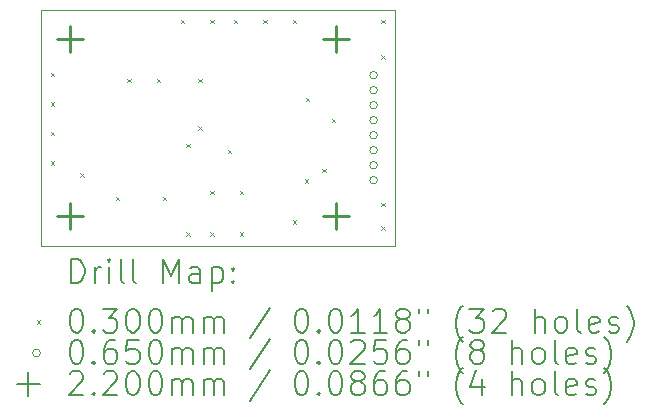
<source format=gbr>
%TF.GenerationSoftware,KiCad,Pcbnew,8.0.2*%
%TF.CreationDate,2025-01-22T12:10:54+05:30*%
%TF.ProjectId,pogo_adapter,706f676f-5f61-4646-9170-7465722e6b69,rev?*%
%TF.SameCoordinates,Original*%
%TF.FileFunction,Drillmap*%
%TF.FilePolarity,Positive*%
%FSLAX45Y45*%
G04 Gerber Fmt 4.5, Leading zero omitted, Abs format (unit mm)*
G04 Created by KiCad (PCBNEW 8.0.2) date 2025-01-22 12:10:54*
%MOMM*%
%LPD*%
G01*
G04 APERTURE LIST*
%ADD10C,0.050000*%
%ADD11C,0.200000*%
%ADD12C,0.100000*%
%ADD13C,0.220000*%
G04 APERTURE END LIST*
D10*
X8000000Y-7000000D02*
X11000000Y-7000000D01*
X8000000Y-9000000D02*
X8000000Y-7000000D01*
X11000000Y-9000000D02*
X8000000Y-9000000D01*
X11000000Y-7000000D02*
X11000000Y-9000000D01*
D11*
D12*
X8085000Y-7535000D02*
X8115000Y-7565000D01*
X8115000Y-7535000D02*
X8085000Y-7565000D01*
X8085000Y-7785000D02*
X8115000Y-7815000D01*
X8115000Y-7785000D02*
X8085000Y-7815000D01*
X8085000Y-8035000D02*
X8115000Y-8065000D01*
X8115000Y-8035000D02*
X8085000Y-8065000D01*
X8085000Y-8285000D02*
X8115000Y-8315000D01*
X8115000Y-8285000D02*
X8085000Y-8315000D01*
X8335000Y-8385000D02*
X8365000Y-8415000D01*
X8365000Y-8385000D02*
X8335000Y-8415000D01*
X8635000Y-8585000D02*
X8665000Y-8615000D01*
X8665000Y-8585000D02*
X8635000Y-8615000D01*
X8735000Y-7585000D02*
X8765000Y-7615000D01*
X8765000Y-7585000D02*
X8735000Y-7615000D01*
X8985000Y-7585000D02*
X9015000Y-7615000D01*
X9015000Y-7585000D02*
X8985000Y-7615000D01*
X9035000Y-8585000D02*
X9065000Y-8615000D01*
X9065000Y-8585000D02*
X9035000Y-8615000D01*
X9185000Y-7085000D02*
X9215000Y-7115000D01*
X9215000Y-7085000D02*
X9185000Y-7115000D01*
X9235000Y-8135000D02*
X9265000Y-8165000D01*
X9265000Y-8135000D02*
X9235000Y-8165000D01*
X9235000Y-8885000D02*
X9265000Y-8915000D01*
X9265000Y-8885000D02*
X9235000Y-8915000D01*
X9335000Y-7585000D02*
X9365000Y-7615000D01*
X9365000Y-7585000D02*
X9335000Y-7615000D01*
X9335000Y-7985000D02*
X9365000Y-8015000D01*
X9365000Y-7985000D02*
X9335000Y-8015000D01*
X9435000Y-7085000D02*
X9465000Y-7115000D01*
X9465000Y-7085000D02*
X9435000Y-7115000D01*
X9435000Y-8535000D02*
X9465000Y-8565000D01*
X9465000Y-8535000D02*
X9435000Y-8565000D01*
X9435000Y-8885000D02*
X9465000Y-8915000D01*
X9465000Y-8885000D02*
X9435000Y-8915000D01*
X9585000Y-8185000D02*
X9615000Y-8215000D01*
X9615000Y-8185000D02*
X9585000Y-8215000D01*
X9635000Y-7085000D02*
X9665000Y-7115000D01*
X9665000Y-7085000D02*
X9635000Y-7115000D01*
X9685000Y-8535000D02*
X9715000Y-8565000D01*
X9715000Y-8535000D02*
X9685000Y-8565000D01*
X9685000Y-8885000D02*
X9715000Y-8915000D01*
X9715000Y-8885000D02*
X9685000Y-8915000D01*
X9885000Y-7085000D02*
X9915000Y-7115000D01*
X9915000Y-7085000D02*
X9885000Y-7115000D01*
X10135000Y-7085000D02*
X10165000Y-7115000D01*
X10165000Y-7085000D02*
X10135000Y-7115000D01*
X10135000Y-8785000D02*
X10165000Y-8815000D01*
X10165000Y-8785000D02*
X10135000Y-8815000D01*
X10235000Y-8435000D02*
X10265000Y-8465000D01*
X10265000Y-8435000D02*
X10235000Y-8465000D01*
X10245000Y-7745000D02*
X10275000Y-7775000D01*
X10275000Y-7745000D02*
X10245000Y-7775000D01*
X10385000Y-8345000D02*
X10415000Y-8375000D01*
X10415000Y-8345000D02*
X10385000Y-8375000D01*
X10465000Y-7925000D02*
X10495000Y-7955000D01*
X10495000Y-7925000D02*
X10465000Y-7955000D01*
X10885000Y-7085000D02*
X10915000Y-7115000D01*
X10915000Y-7085000D02*
X10885000Y-7115000D01*
X10885000Y-7385000D02*
X10915000Y-7415000D01*
X10915000Y-7385000D02*
X10885000Y-7415000D01*
X10885000Y-8635000D02*
X10915000Y-8665000D01*
X10915000Y-8635000D02*
X10885000Y-8665000D01*
X10885000Y-8835000D02*
X10915000Y-8865000D01*
X10915000Y-8835000D02*
X10885000Y-8865000D01*
X10852500Y-7555000D02*
G75*
G02*
X10787500Y-7555000I-32500J0D01*
G01*
X10787500Y-7555000D02*
G75*
G02*
X10852500Y-7555000I32500J0D01*
G01*
X10852500Y-7682000D02*
G75*
G02*
X10787500Y-7682000I-32500J0D01*
G01*
X10787500Y-7682000D02*
G75*
G02*
X10852500Y-7682000I32500J0D01*
G01*
X10852500Y-7809000D02*
G75*
G02*
X10787500Y-7809000I-32500J0D01*
G01*
X10787500Y-7809000D02*
G75*
G02*
X10852500Y-7809000I32500J0D01*
G01*
X10852500Y-7936000D02*
G75*
G02*
X10787500Y-7936000I-32500J0D01*
G01*
X10787500Y-7936000D02*
G75*
G02*
X10852500Y-7936000I32500J0D01*
G01*
X10852500Y-8063000D02*
G75*
G02*
X10787500Y-8063000I-32500J0D01*
G01*
X10787500Y-8063000D02*
G75*
G02*
X10852500Y-8063000I32500J0D01*
G01*
X10852500Y-8190000D02*
G75*
G02*
X10787500Y-8190000I-32500J0D01*
G01*
X10787500Y-8190000D02*
G75*
G02*
X10852500Y-8190000I32500J0D01*
G01*
X10852500Y-8317000D02*
G75*
G02*
X10787500Y-8317000I-32500J0D01*
G01*
X10787500Y-8317000D02*
G75*
G02*
X10852500Y-8317000I32500J0D01*
G01*
X10852500Y-8444000D02*
G75*
G02*
X10787500Y-8444000I-32500J0D01*
G01*
X10787500Y-8444000D02*
G75*
G02*
X10852500Y-8444000I32500J0D01*
G01*
D13*
X8250000Y-7140000D02*
X8250000Y-7360000D01*
X8140000Y-7250000D02*
X8360000Y-7250000D01*
X8250000Y-8640000D02*
X8250000Y-8860000D01*
X8140000Y-8750000D02*
X8360000Y-8750000D01*
X10500000Y-7140000D02*
X10500000Y-7360000D01*
X10390000Y-7250000D02*
X10610000Y-7250000D01*
X10500000Y-8640000D02*
X10500000Y-8860000D01*
X10390000Y-8750000D02*
X10610000Y-8750000D01*
D11*
X8258277Y-9313984D02*
X8258277Y-9113984D01*
X8258277Y-9113984D02*
X8305896Y-9113984D01*
X8305896Y-9113984D02*
X8334467Y-9123508D01*
X8334467Y-9123508D02*
X8353515Y-9142555D01*
X8353515Y-9142555D02*
X8363039Y-9161603D01*
X8363039Y-9161603D02*
X8372562Y-9199698D01*
X8372562Y-9199698D02*
X8372562Y-9228270D01*
X8372562Y-9228270D02*
X8363039Y-9266365D01*
X8363039Y-9266365D02*
X8353515Y-9285412D01*
X8353515Y-9285412D02*
X8334467Y-9304460D01*
X8334467Y-9304460D02*
X8305896Y-9313984D01*
X8305896Y-9313984D02*
X8258277Y-9313984D01*
X8458277Y-9313984D02*
X8458277Y-9180650D01*
X8458277Y-9218746D02*
X8467801Y-9199698D01*
X8467801Y-9199698D02*
X8477324Y-9190174D01*
X8477324Y-9190174D02*
X8496372Y-9180650D01*
X8496372Y-9180650D02*
X8515420Y-9180650D01*
X8582086Y-9313984D02*
X8582086Y-9180650D01*
X8582086Y-9113984D02*
X8572563Y-9123508D01*
X8572563Y-9123508D02*
X8582086Y-9133031D01*
X8582086Y-9133031D02*
X8591610Y-9123508D01*
X8591610Y-9123508D02*
X8582086Y-9113984D01*
X8582086Y-9113984D02*
X8582086Y-9133031D01*
X8705896Y-9313984D02*
X8686848Y-9304460D01*
X8686848Y-9304460D02*
X8677324Y-9285412D01*
X8677324Y-9285412D02*
X8677324Y-9113984D01*
X8810658Y-9313984D02*
X8791610Y-9304460D01*
X8791610Y-9304460D02*
X8782086Y-9285412D01*
X8782086Y-9285412D02*
X8782086Y-9113984D01*
X9039229Y-9313984D02*
X9039229Y-9113984D01*
X9039229Y-9113984D02*
X9105896Y-9256841D01*
X9105896Y-9256841D02*
X9172563Y-9113984D01*
X9172563Y-9113984D02*
X9172563Y-9313984D01*
X9353515Y-9313984D02*
X9353515Y-9209222D01*
X9353515Y-9209222D02*
X9343991Y-9190174D01*
X9343991Y-9190174D02*
X9324944Y-9180650D01*
X9324944Y-9180650D02*
X9286848Y-9180650D01*
X9286848Y-9180650D02*
X9267801Y-9190174D01*
X9353515Y-9304460D02*
X9334467Y-9313984D01*
X9334467Y-9313984D02*
X9286848Y-9313984D01*
X9286848Y-9313984D02*
X9267801Y-9304460D01*
X9267801Y-9304460D02*
X9258277Y-9285412D01*
X9258277Y-9285412D02*
X9258277Y-9266365D01*
X9258277Y-9266365D02*
X9267801Y-9247317D01*
X9267801Y-9247317D02*
X9286848Y-9237793D01*
X9286848Y-9237793D02*
X9334467Y-9237793D01*
X9334467Y-9237793D02*
X9353515Y-9228270D01*
X9448753Y-9180650D02*
X9448753Y-9380650D01*
X9448753Y-9190174D02*
X9467801Y-9180650D01*
X9467801Y-9180650D02*
X9505896Y-9180650D01*
X9505896Y-9180650D02*
X9524944Y-9190174D01*
X9524944Y-9190174D02*
X9534467Y-9199698D01*
X9534467Y-9199698D02*
X9543991Y-9218746D01*
X9543991Y-9218746D02*
X9543991Y-9275889D01*
X9543991Y-9275889D02*
X9534467Y-9294936D01*
X9534467Y-9294936D02*
X9524944Y-9304460D01*
X9524944Y-9304460D02*
X9505896Y-9313984D01*
X9505896Y-9313984D02*
X9467801Y-9313984D01*
X9467801Y-9313984D02*
X9448753Y-9304460D01*
X9629705Y-9294936D02*
X9639229Y-9304460D01*
X9639229Y-9304460D02*
X9629705Y-9313984D01*
X9629705Y-9313984D02*
X9620182Y-9304460D01*
X9620182Y-9304460D02*
X9629705Y-9294936D01*
X9629705Y-9294936D02*
X9629705Y-9313984D01*
X9629705Y-9190174D02*
X9639229Y-9199698D01*
X9639229Y-9199698D02*
X9629705Y-9209222D01*
X9629705Y-9209222D02*
X9620182Y-9199698D01*
X9620182Y-9199698D02*
X9629705Y-9190174D01*
X9629705Y-9190174D02*
X9629705Y-9209222D01*
D12*
X7967500Y-9627500D02*
X7997500Y-9657500D01*
X7997500Y-9627500D02*
X7967500Y-9657500D01*
D11*
X8296372Y-9533984D02*
X8315420Y-9533984D01*
X8315420Y-9533984D02*
X8334467Y-9543508D01*
X8334467Y-9543508D02*
X8343991Y-9553031D01*
X8343991Y-9553031D02*
X8353515Y-9572079D01*
X8353515Y-9572079D02*
X8363039Y-9610174D01*
X8363039Y-9610174D02*
X8363039Y-9657793D01*
X8363039Y-9657793D02*
X8353515Y-9695889D01*
X8353515Y-9695889D02*
X8343991Y-9714936D01*
X8343991Y-9714936D02*
X8334467Y-9724460D01*
X8334467Y-9724460D02*
X8315420Y-9733984D01*
X8315420Y-9733984D02*
X8296372Y-9733984D01*
X8296372Y-9733984D02*
X8277324Y-9724460D01*
X8277324Y-9724460D02*
X8267801Y-9714936D01*
X8267801Y-9714936D02*
X8258277Y-9695889D01*
X8258277Y-9695889D02*
X8248753Y-9657793D01*
X8248753Y-9657793D02*
X8248753Y-9610174D01*
X8248753Y-9610174D02*
X8258277Y-9572079D01*
X8258277Y-9572079D02*
X8267801Y-9553031D01*
X8267801Y-9553031D02*
X8277324Y-9543508D01*
X8277324Y-9543508D02*
X8296372Y-9533984D01*
X8448753Y-9714936D02*
X8458277Y-9724460D01*
X8458277Y-9724460D02*
X8448753Y-9733984D01*
X8448753Y-9733984D02*
X8439229Y-9724460D01*
X8439229Y-9724460D02*
X8448753Y-9714936D01*
X8448753Y-9714936D02*
X8448753Y-9733984D01*
X8524944Y-9533984D02*
X8648753Y-9533984D01*
X8648753Y-9533984D02*
X8582086Y-9610174D01*
X8582086Y-9610174D02*
X8610658Y-9610174D01*
X8610658Y-9610174D02*
X8629705Y-9619698D01*
X8629705Y-9619698D02*
X8639229Y-9629222D01*
X8639229Y-9629222D02*
X8648753Y-9648270D01*
X8648753Y-9648270D02*
X8648753Y-9695889D01*
X8648753Y-9695889D02*
X8639229Y-9714936D01*
X8639229Y-9714936D02*
X8629705Y-9724460D01*
X8629705Y-9724460D02*
X8610658Y-9733984D01*
X8610658Y-9733984D02*
X8553515Y-9733984D01*
X8553515Y-9733984D02*
X8534467Y-9724460D01*
X8534467Y-9724460D02*
X8524944Y-9714936D01*
X8772563Y-9533984D02*
X8791610Y-9533984D01*
X8791610Y-9533984D02*
X8810658Y-9543508D01*
X8810658Y-9543508D02*
X8820182Y-9553031D01*
X8820182Y-9553031D02*
X8829705Y-9572079D01*
X8829705Y-9572079D02*
X8839229Y-9610174D01*
X8839229Y-9610174D02*
X8839229Y-9657793D01*
X8839229Y-9657793D02*
X8829705Y-9695889D01*
X8829705Y-9695889D02*
X8820182Y-9714936D01*
X8820182Y-9714936D02*
X8810658Y-9724460D01*
X8810658Y-9724460D02*
X8791610Y-9733984D01*
X8791610Y-9733984D02*
X8772563Y-9733984D01*
X8772563Y-9733984D02*
X8753515Y-9724460D01*
X8753515Y-9724460D02*
X8743991Y-9714936D01*
X8743991Y-9714936D02*
X8734467Y-9695889D01*
X8734467Y-9695889D02*
X8724944Y-9657793D01*
X8724944Y-9657793D02*
X8724944Y-9610174D01*
X8724944Y-9610174D02*
X8734467Y-9572079D01*
X8734467Y-9572079D02*
X8743991Y-9553031D01*
X8743991Y-9553031D02*
X8753515Y-9543508D01*
X8753515Y-9543508D02*
X8772563Y-9533984D01*
X8963039Y-9533984D02*
X8982086Y-9533984D01*
X8982086Y-9533984D02*
X9001134Y-9543508D01*
X9001134Y-9543508D02*
X9010658Y-9553031D01*
X9010658Y-9553031D02*
X9020182Y-9572079D01*
X9020182Y-9572079D02*
X9029705Y-9610174D01*
X9029705Y-9610174D02*
X9029705Y-9657793D01*
X9029705Y-9657793D02*
X9020182Y-9695889D01*
X9020182Y-9695889D02*
X9010658Y-9714936D01*
X9010658Y-9714936D02*
X9001134Y-9724460D01*
X9001134Y-9724460D02*
X8982086Y-9733984D01*
X8982086Y-9733984D02*
X8963039Y-9733984D01*
X8963039Y-9733984D02*
X8943991Y-9724460D01*
X8943991Y-9724460D02*
X8934467Y-9714936D01*
X8934467Y-9714936D02*
X8924944Y-9695889D01*
X8924944Y-9695889D02*
X8915420Y-9657793D01*
X8915420Y-9657793D02*
X8915420Y-9610174D01*
X8915420Y-9610174D02*
X8924944Y-9572079D01*
X8924944Y-9572079D02*
X8934467Y-9553031D01*
X8934467Y-9553031D02*
X8943991Y-9543508D01*
X8943991Y-9543508D02*
X8963039Y-9533984D01*
X9115420Y-9733984D02*
X9115420Y-9600650D01*
X9115420Y-9619698D02*
X9124944Y-9610174D01*
X9124944Y-9610174D02*
X9143991Y-9600650D01*
X9143991Y-9600650D02*
X9172563Y-9600650D01*
X9172563Y-9600650D02*
X9191610Y-9610174D01*
X9191610Y-9610174D02*
X9201134Y-9629222D01*
X9201134Y-9629222D02*
X9201134Y-9733984D01*
X9201134Y-9629222D02*
X9210658Y-9610174D01*
X9210658Y-9610174D02*
X9229705Y-9600650D01*
X9229705Y-9600650D02*
X9258277Y-9600650D01*
X9258277Y-9600650D02*
X9277325Y-9610174D01*
X9277325Y-9610174D02*
X9286848Y-9629222D01*
X9286848Y-9629222D02*
X9286848Y-9733984D01*
X9382086Y-9733984D02*
X9382086Y-9600650D01*
X9382086Y-9619698D02*
X9391610Y-9610174D01*
X9391610Y-9610174D02*
X9410658Y-9600650D01*
X9410658Y-9600650D02*
X9439229Y-9600650D01*
X9439229Y-9600650D02*
X9458277Y-9610174D01*
X9458277Y-9610174D02*
X9467801Y-9629222D01*
X9467801Y-9629222D02*
X9467801Y-9733984D01*
X9467801Y-9629222D02*
X9477325Y-9610174D01*
X9477325Y-9610174D02*
X9496372Y-9600650D01*
X9496372Y-9600650D02*
X9524944Y-9600650D01*
X9524944Y-9600650D02*
X9543991Y-9610174D01*
X9543991Y-9610174D02*
X9553515Y-9629222D01*
X9553515Y-9629222D02*
X9553515Y-9733984D01*
X9943991Y-9524460D02*
X9772563Y-9781603D01*
X10201134Y-9533984D02*
X10220182Y-9533984D01*
X10220182Y-9533984D02*
X10239229Y-9543508D01*
X10239229Y-9543508D02*
X10248753Y-9553031D01*
X10248753Y-9553031D02*
X10258277Y-9572079D01*
X10258277Y-9572079D02*
X10267801Y-9610174D01*
X10267801Y-9610174D02*
X10267801Y-9657793D01*
X10267801Y-9657793D02*
X10258277Y-9695889D01*
X10258277Y-9695889D02*
X10248753Y-9714936D01*
X10248753Y-9714936D02*
X10239229Y-9724460D01*
X10239229Y-9724460D02*
X10220182Y-9733984D01*
X10220182Y-9733984D02*
X10201134Y-9733984D01*
X10201134Y-9733984D02*
X10182087Y-9724460D01*
X10182087Y-9724460D02*
X10172563Y-9714936D01*
X10172563Y-9714936D02*
X10163039Y-9695889D01*
X10163039Y-9695889D02*
X10153515Y-9657793D01*
X10153515Y-9657793D02*
X10153515Y-9610174D01*
X10153515Y-9610174D02*
X10163039Y-9572079D01*
X10163039Y-9572079D02*
X10172563Y-9553031D01*
X10172563Y-9553031D02*
X10182087Y-9543508D01*
X10182087Y-9543508D02*
X10201134Y-9533984D01*
X10353515Y-9714936D02*
X10363039Y-9724460D01*
X10363039Y-9724460D02*
X10353515Y-9733984D01*
X10353515Y-9733984D02*
X10343991Y-9724460D01*
X10343991Y-9724460D02*
X10353515Y-9714936D01*
X10353515Y-9714936D02*
X10353515Y-9733984D01*
X10486848Y-9533984D02*
X10505896Y-9533984D01*
X10505896Y-9533984D02*
X10524944Y-9543508D01*
X10524944Y-9543508D02*
X10534468Y-9553031D01*
X10534468Y-9553031D02*
X10543991Y-9572079D01*
X10543991Y-9572079D02*
X10553515Y-9610174D01*
X10553515Y-9610174D02*
X10553515Y-9657793D01*
X10553515Y-9657793D02*
X10543991Y-9695889D01*
X10543991Y-9695889D02*
X10534468Y-9714936D01*
X10534468Y-9714936D02*
X10524944Y-9724460D01*
X10524944Y-9724460D02*
X10505896Y-9733984D01*
X10505896Y-9733984D02*
X10486848Y-9733984D01*
X10486848Y-9733984D02*
X10467801Y-9724460D01*
X10467801Y-9724460D02*
X10458277Y-9714936D01*
X10458277Y-9714936D02*
X10448753Y-9695889D01*
X10448753Y-9695889D02*
X10439229Y-9657793D01*
X10439229Y-9657793D02*
X10439229Y-9610174D01*
X10439229Y-9610174D02*
X10448753Y-9572079D01*
X10448753Y-9572079D02*
X10458277Y-9553031D01*
X10458277Y-9553031D02*
X10467801Y-9543508D01*
X10467801Y-9543508D02*
X10486848Y-9533984D01*
X10743991Y-9733984D02*
X10629706Y-9733984D01*
X10686848Y-9733984D02*
X10686848Y-9533984D01*
X10686848Y-9533984D02*
X10667801Y-9562555D01*
X10667801Y-9562555D02*
X10648753Y-9581603D01*
X10648753Y-9581603D02*
X10629706Y-9591127D01*
X10934468Y-9733984D02*
X10820182Y-9733984D01*
X10877325Y-9733984D02*
X10877325Y-9533984D01*
X10877325Y-9533984D02*
X10858277Y-9562555D01*
X10858277Y-9562555D02*
X10839229Y-9581603D01*
X10839229Y-9581603D02*
X10820182Y-9591127D01*
X11048753Y-9619698D02*
X11029706Y-9610174D01*
X11029706Y-9610174D02*
X11020182Y-9600650D01*
X11020182Y-9600650D02*
X11010658Y-9581603D01*
X11010658Y-9581603D02*
X11010658Y-9572079D01*
X11010658Y-9572079D02*
X11020182Y-9553031D01*
X11020182Y-9553031D02*
X11029706Y-9543508D01*
X11029706Y-9543508D02*
X11048753Y-9533984D01*
X11048753Y-9533984D02*
X11086849Y-9533984D01*
X11086849Y-9533984D02*
X11105896Y-9543508D01*
X11105896Y-9543508D02*
X11115420Y-9553031D01*
X11115420Y-9553031D02*
X11124944Y-9572079D01*
X11124944Y-9572079D02*
X11124944Y-9581603D01*
X11124944Y-9581603D02*
X11115420Y-9600650D01*
X11115420Y-9600650D02*
X11105896Y-9610174D01*
X11105896Y-9610174D02*
X11086849Y-9619698D01*
X11086849Y-9619698D02*
X11048753Y-9619698D01*
X11048753Y-9619698D02*
X11029706Y-9629222D01*
X11029706Y-9629222D02*
X11020182Y-9638746D01*
X11020182Y-9638746D02*
X11010658Y-9657793D01*
X11010658Y-9657793D02*
X11010658Y-9695889D01*
X11010658Y-9695889D02*
X11020182Y-9714936D01*
X11020182Y-9714936D02*
X11029706Y-9724460D01*
X11029706Y-9724460D02*
X11048753Y-9733984D01*
X11048753Y-9733984D02*
X11086849Y-9733984D01*
X11086849Y-9733984D02*
X11105896Y-9724460D01*
X11105896Y-9724460D02*
X11115420Y-9714936D01*
X11115420Y-9714936D02*
X11124944Y-9695889D01*
X11124944Y-9695889D02*
X11124944Y-9657793D01*
X11124944Y-9657793D02*
X11115420Y-9638746D01*
X11115420Y-9638746D02*
X11105896Y-9629222D01*
X11105896Y-9629222D02*
X11086849Y-9619698D01*
X11201134Y-9533984D02*
X11201134Y-9572079D01*
X11277325Y-9533984D02*
X11277325Y-9572079D01*
X11572563Y-9810174D02*
X11563039Y-9800650D01*
X11563039Y-9800650D02*
X11543991Y-9772079D01*
X11543991Y-9772079D02*
X11534468Y-9753031D01*
X11534468Y-9753031D02*
X11524944Y-9724460D01*
X11524944Y-9724460D02*
X11515420Y-9676841D01*
X11515420Y-9676841D02*
X11515420Y-9638746D01*
X11515420Y-9638746D02*
X11524944Y-9591127D01*
X11524944Y-9591127D02*
X11534468Y-9562555D01*
X11534468Y-9562555D02*
X11543991Y-9543508D01*
X11543991Y-9543508D02*
X11563039Y-9514936D01*
X11563039Y-9514936D02*
X11572563Y-9505412D01*
X11629706Y-9533984D02*
X11753515Y-9533984D01*
X11753515Y-9533984D02*
X11686848Y-9610174D01*
X11686848Y-9610174D02*
X11715420Y-9610174D01*
X11715420Y-9610174D02*
X11734468Y-9619698D01*
X11734468Y-9619698D02*
X11743991Y-9629222D01*
X11743991Y-9629222D02*
X11753515Y-9648270D01*
X11753515Y-9648270D02*
X11753515Y-9695889D01*
X11753515Y-9695889D02*
X11743991Y-9714936D01*
X11743991Y-9714936D02*
X11734468Y-9724460D01*
X11734468Y-9724460D02*
X11715420Y-9733984D01*
X11715420Y-9733984D02*
X11658277Y-9733984D01*
X11658277Y-9733984D02*
X11639229Y-9724460D01*
X11639229Y-9724460D02*
X11629706Y-9714936D01*
X11829706Y-9553031D02*
X11839229Y-9543508D01*
X11839229Y-9543508D02*
X11858277Y-9533984D01*
X11858277Y-9533984D02*
X11905896Y-9533984D01*
X11905896Y-9533984D02*
X11924944Y-9543508D01*
X11924944Y-9543508D02*
X11934468Y-9553031D01*
X11934468Y-9553031D02*
X11943991Y-9572079D01*
X11943991Y-9572079D02*
X11943991Y-9591127D01*
X11943991Y-9591127D02*
X11934468Y-9619698D01*
X11934468Y-9619698D02*
X11820182Y-9733984D01*
X11820182Y-9733984D02*
X11943991Y-9733984D01*
X12182087Y-9733984D02*
X12182087Y-9533984D01*
X12267801Y-9733984D02*
X12267801Y-9629222D01*
X12267801Y-9629222D02*
X12258277Y-9610174D01*
X12258277Y-9610174D02*
X12239230Y-9600650D01*
X12239230Y-9600650D02*
X12210658Y-9600650D01*
X12210658Y-9600650D02*
X12191610Y-9610174D01*
X12191610Y-9610174D02*
X12182087Y-9619698D01*
X12391610Y-9733984D02*
X12372563Y-9724460D01*
X12372563Y-9724460D02*
X12363039Y-9714936D01*
X12363039Y-9714936D02*
X12353515Y-9695889D01*
X12353515Y-9695889D02*
X12353515Y-9638746D01*
X12353515Y-9638746D02*
X12363039Y-9619698D01*
X12363039Y-9619698D02*
X12372563Y-9610174D01*
X12372563Y-9610174D02*
X12391610Y-9600650D01*
X12391610Y-9600650D02*
X12420182Y-9600650D01*
X12420182Y-9600650D02*
X12439230Y-9610174D01*
X12439230Y-9610174D02*
X12448753Y-9619698D01*
X12448753Y-9619698D02*
X12458277Y-9638746D01*
X12458277Y-9638746D02*
X12458277Y-9695889D01*
X12458277Y-9695889D02*
X12448753Y-9714936D01*
X12448753Y-9714936D02*
X12439230Y-9724460D01*
X12439230Y-9724460D02*
X12420182Y-9733984D01*
X12420182Y-9733984D02*
X12391610Y-9733984D01*
X12572563Y-9733984D02*
X12553515Y-9724460D01*
X12553515Y-9724460D02*
X12543991Y-9705412D01*
X12543991Y-9705412D02*
X12543991Y-9533984D01*
X12724944Y-9724460D02*
X12705896Y-9733984D01*
X12705896Y-9733984D02*
X12667801Y-9733984D01*
X12667801Y-9733984D02*
X12648753Y-9724460D01*
X12648753Y-9724460D02*
X12639230Y-9705412D01*
X12639230Y-9705412D02*
X12639230Y-9629222D01*
X12639230Y-9629222D02*
X12648753Y-9610174D01*
X12648753Y-9610174D02*
X12667801Y-9600650D01*
X12667801Y-9600650D02*
X12705896Y-9600650D01*
X12705896Y-9600650D02*
X12724944Y-9610174D01*
X12724944Y-9610174D02*
X12734468Y-9629222D01*
X12734468Y-9629222D02*
X12734468Y-9648270D01*
X12734468Y-9648270D02*
X12639230Y-9667317D01*
X12810658Y-9724460D02*
X12829706Y-9733984D01*
X12829706Y-9733984D02*
X12867801Y-9733984D01*
X12867801Y-9733984D02*
X12886849Y-9724460D01*
X12886849Y-9724460D02*
X12896372Y-9705412D01*
X12896372Y-9705412D02*
X12896372Y-9695889D01*
X12896372Y-9695889D02*
X12886849Y-9676841D01*
X12886849Y-9676841D02*
X12867801Y-9667317D01*
X12867801Y-9667317D02*
X12839230Y-9667317D01*
X12839230Y-9667317D02*
X12820182Y-9657793D01*
X12820182Y-9657793D02*
X12810658Y-9638746D01*
X12810658Y-9638746D02*
X12810658Y-9629222D01*
X12810658Y-9629222D02*
X12820182Y-9610174D01*
X12820182Y-9610174D02*
X12839230Y-9600650D01*
X12839230Y-9600650D02*
X12867801Y-9600650D01*
X12867801Y-9600650D02*
X12886849Y-9610174D01*
X12963039Y-9810174D02*
X12972563Y-9800650D01*
X12972563Y-9800650D02*
X12991611Y-9772079D01*
X12991611Y-9772079D02*
X13001134Y-9753031D01*
X13001134Y-9753031D02*
X13010658Y-9724460D01*
X13010658Y-9724460D02*
X13020182Y-9676841D01*
X13020182Y-9676841D02*
X13020182Y-9638746D01*
X13020182Y-9638746D02*
X13010658Y-9591127D01*
X13010658Y-9591127D02*
X13001134Y-9562555D01*
X13001134Y-9562555D02*
X12991611Y-9543508D01*
X12991611Y-9543508D02*
X12972563Y-9514936D01*
X12972563Y-9514936D02*
X12963039Y-9505412D01*
D12*
X7997500Y-9906500D02*
G75*
G02*
X7932500Y-9906500I-32500J0D01*
G01*
X7932500Y-9906500D02*
G75*
G02*
X7997500Y-9906500I32500J0D01*
G01*
D11*
X8296372Y-9797984D02*
X8315420Y-9797984D01*
X8315420Y-9797984D02*
X8334467Y-9807508D01*
X8334467Y-9807508D02*
X8343991Y-9817031D01*
X8343991Y-9817031D02*
X8353515Y-9836079D01*
X8353515Y-9836079D02*
X8363039Y-9874174D01*
X8363039Y-9874174D02*
X8363039Y-9921793D01*
X8363039Y-9921793D02*
X8353515Y-9959889D01*
X8353515Y-9959889D02*
X8343991Y-9978936D01*
X8343991Y-9978936D02*
X8334467Y-9988460D01*
X8334467Y-9988460D02*
X8315420Y-9997984D01*
X8315420Y-9997984D02*
X8296372Y-9997984D01*
X8296372Y-9997984D02*
X8277324Y-9988460D01*
X8277324Y-9988460D02*
X8267801Y-9978936D01*
X8267801Y-9978936D02*
X8258277Y-9959889D01*
X8258277Y-9959889D02*
X8248753Y-9921793D01*
X8248753Y-9921793D02*
X8248753Y-9874174D01*
X8248753Y-9874174D02*
X8258277Y-9836079D01*
X8258277Y-9836079D02*
X8267801Y-9817031D01*
X8267801Y-9817031D02*
X8277324Y-9807508D01*
X8277324Y-9807508D02*
X8296372Y-9797984D01*
X8448753Y-9978936D02*
X8458277Y-9988460D01*
X8458277Y-9988460D02*
X8448753Y-9997984D01*
X8448753Y-9997984D02*
X8439229Y-9988460D01*
X8439229Y-9988460D02*
X8448753Y-9978936D01*
X8448753Y-9978936D02*
X8448753Y-9997984D01*
X8629705Y-9797984D02*
X8591610Y-9797984D01*
X8591610Y-9797984D02*
X8572563Y-9807508D01*
X8572563Y-9807508D02*
X8563039Y-9817031D01*
X8563039Y-9817031D02*
X8543991Y-9845603D01*
X8543991Y-9845603D02*
X8534467Y-9883698D01*
X8534467Y-9883698D02*
X8534467Y-9959889D01*
X8534467Y-9959889D02*
X8543991Y-9978936D01*
X8543991Y-9978936D02*
X8553515Y-9988460D01*
X8553515Y-9988460D02*
X8572563Y-9997984D01*
X8572563Y-9997984D02*
X8610658Y-9997984D01*
X8610658Y-9997984D02*
X8629705Y-9988460D01*
X8629705Y-9988460D02*
X8639229Y-9978936D01*
X8639229Y-9978936D02*
X8648753Y-9959889D01*
X8648753Y-9959889D02*
X8648753Y-9912270D01*
X8648753Y-9912270D02*
X8639229Y-9893222D01*
X8639229Y-9893222D02*
X8629705Y-9883698D01*
X8629705Y-9883698D02*
X8610658Y-9874174D01*
X8610658Y-9874174D02*
X8572563Y-9874174D01*
X8572563Y-9874174D02*
X8553515Y-9883698D01*
X8553515Y-9883698D02*
X8543991Y-9893222D01*
X8543991Y-9893222D02*
X8534467Y-9912270D01*
X8829705Y-9797984D02*
X8734467Y-9797984D01*
X8734467Y-9797984D02*
X8724944Y-9893222D01*
X8724944Y-9893222D02*
X8734467Y-9883698D01*
X8734467Y-9883698D02*
X8753515Y-9874174D01*
X8753515Y-9874174D02*
X8801134Y-9874174D01*
X8801134Y-9874174D02*
X8820182Y-9883698D01*
X8820182Y-9883698D02*
X8829705Y-9893222D01*
X8829705Y-9893222D02*
X8839229Y-9912270D01*
X8839229Y-9912270D02*
X8839229Y-9959889D01*
X8839229Y-9959889D02*
X8829705Y-9978936D01*
X8829705Y-9978936D02*
X8820182Y-9988460D01*
X8820182Y-9988460D02*
X8801134Y-9997984D01*
X8801134Y-9997984D02*
X8753515Y-9997984D01*
X8753515Y-9997984D02*
X8734467Y-9988460D01*
X8734467Y-9988460D02*
X8724944Y-9978936D01*
X8963039Y-9797984D02*
X8982086Y-9797984D01*
X8982086Y-9797984D02*
X9001134Y-9807508D01*
X9001134Y-9807508D02*
X9010658Y-9817031D01*
X9010658Y-9817031D02*
X9020182Y-9836079D01*
X9020182Y-9836079D02*
X9029705Y-9874174D01*
X9029705Y-9874174D02*
X9029705Y-9921793D01*
X9029705Y-9921793D02*
X9020182Y-9959889D01*
X9020182Y-9959889D02*
X9010658Y-9978936D01*
X9010658Y-9978936D02*
X9001134Y-9988460D01*
X9001134Y-9988460D02*
X8982086Y-9997984D01*
X8982086Y-9997984D02*
X8963039Y-9997984D01*
X8963039Y-9997984D02*
X8943991Y-9988460D01*
X8943991Y-9988460D02*
X8934467Y-9978936D01*
X8934467Y-9978936D02*
X8924944Y-9959889D01*
X8924944Y-9959889D02*
X8915420Y-9921793D01*
X8915420Y-9921793D02*
X8915420Y-9874174D01*
X8915420Y-9874174D02*
X8924944Y-9836079D01*
X8924944Y-9836079D02*
X8934467Y-9817031D01*
X8934467Y-9817031D02*
X8943991Y-9807508D01*
X8943991Y-9807508D02*
X8963039Y-9797984D01*
X9115420Y-9997984D02*
X9115420Y-9864650D01*
X9115420Y-9883698D02*
X9124944Y-9874174D01*
X9124944Y-9874174D02*
X9143991Y-9864650D01*
X9143991Y-9864650D02*
X9172563Y-9864650D01*
X9172563Y-9864650D02*
X9191610Y-9874174D01*
X9191610Y-9874174D02*
X9201134Y-9893222D01*
X9201134Y-9893222D02*
X9201134Y-9997984D01*
X9201134Y-9893222D02*
X9210658Y-9874174D01*
X9210658Y-9874174D02*
X9229705Y-9864650D01*
X9229705Y-9864650D02*
X9258277Y-9864650D01*
X9258277Y-9864650D02*
X9277325Y-9874174D01*
X9277325Y-9874174D02*
X9286848Y-9893222D01*
X9286848Y-9893222D02*
X9286848Y-9997984D01*
X9382086Y-9997984D02*
X9382086Y-9864650D01*
X9382086Y-9883698D02*
X9391610Y-9874174D01*
X9391610Y-9874174D02*
X9410658Y-9864650D01*
X9410658Y-9864650D02*
X9439229Y-9864650D01*
X9439229Y-9864650D02*
X9458277Y-9874174D01*
X9458277Y-9874174D02*
X9467801Y-9893222D01*
X9467801Y-9893222D02*
X9467801Y-9997984D01*
X9467801Y-9893222D02*
X9477325Y-9874174D01*
X9477325Y-9874174D02*
X9496372Y-9864650D01*
X9496372Y-9864650D02*
X9524944Y-9864650D01*
X9524944Y-9864650D02*
X9543991Y-9874174D01*
X9543991Y-9874174D02*
X9553515Y-9893222D01*
X9553515Y-9893222D02*
X9553515Y-9997984D01*
X9943991Y-9788460D02*
X9772563Y-10045603D01*
X10201134Y-9797984D02*
X10220182Y-9797984D01*
X10220182Y-9797984D02*
X10239229Y-9807508D01*
X10239229Y-9807508D02*
X10248753Y-9817031D01*
X10248753Y-9817031D02*
X10258277Y-9836079D01*
X10258277Y-9836079D02*
X10267801Y-9874174D01*
X10267801Y-9874174D02*
X10267801Y-9921793D01*
X10267801Y-9921793D02*
X10258277Y-9959889D01*
X10258277Y-9959889D02*
X10248753Y-9978936D01*
X10248753Y-9978936D02*
X10239229Y-9988460D01*
X10239229Y-9988460D02*
X10220182Y-9997984D01*
X10220182Y-9997984D02*
X10201134Y-9997984D01*
X10201134Y-9997984D02*
X10182087Y-9988460D01*
X10182087Y-9988460D02*
X10172563Y-9978936D01*
X10172563Y-9978936D02*
X10163039Y-9959889D01*
X10163039Y-9959889D02*
X10153515Y-9921793D01*
X10153515Y-9921793D02*
X10153515Y-9874174D01*
X10153515Y-9874174D02*
X10163039Y-9836079D01*
X10163039Y-9836079D02*
X10172563Y-9817031D01*
X10172563Y-9817031D02*
X10182087Y-9807508D01*
X10182087Y-9807508D02*
X10201134Y-9797984D01*
X10353515Y-9978936D02*
X10363039Y-9988460D01*
X10363039Y-9988460D02*
X10353515Y-9997984D01*
X10353515Y-9997984D02*
X10343991Y-9988460D01*
X10343991Y-9988460D02*
X10353515Y-9978936D01*
X10353515Y-9978936D02*
X10353515Y-9997984D01*
X10486848Y-9797984D02*
X10505896Y-9797984D01*
X10505896Y-9797984D02*
X10524944Y-9807508D01*
X10524944Y-9807508D02*
X10534468Y-9817031D01*
X10534468Y-9817031D02*
X10543991Y-9836079D01*
X10543991Y-9836079D02*
X10553515Y-9874174D01*
X10553515Y-9874174D02*
X10553515Y-9921793D01*
X10553515Y-9921793D02*
X10543991Y-9959889D01*
X10543991Y-9959889D02*
X10534468Y-9978936D01*
X10534468Y-9978936D02*
X10524944Y-9988460D01*
X10524944Y-9988460D02*
X10505896Y-9997984D01*
X10505896Y-9997984D02*
X10486848Y-9997984D01*
X10486848Y-9997984D02*
X10467801Y-9988460D01*
X10467801Y-9988460D02*
X10458277Y-9978936D01*
X10458277Y-9978936D02*
X10448753Y-9959889D01*
X10448753Y-9959889D02*
X10439229Y-9921793D01*
X10439229Y-9921793D02*
X10439229Y-9874174D01*
X10439229Y-9874174D02*
X10448753Y-9836079D01*
X10448753Y-9836079D02*
X10458277Y-9817031D01*
X10458277Y-9817031D02*
X10467801Y-9807508D01*
X10467801Y-9807508D02*
X10486848Y-9797984D01*
X10629706Y-9817031D02*
X10639229Y-9807508D01*
X10639229Y-9807508D02*
X10658277Y-9797984D01*
X10658277Y-9797984D02*
X10705896Y-9797984D01*
X10705896Y-9797984D02*
X10724944Y-9807508D01*
X10724944Y-9807508D02*
X10734468Y-9817031D01*
X10734468Y-9817031D02*
X10743991Y-9836079D01*
X10743991Y-9836079D02*
X10743991Y-9855127D01*
X10743991Y-9855127D02*
X10734468Y-9883698D01*
X10734468Y-9883698D02*
X10620182Y-9997984D01*
X10620182Y-9997984D02*
X10743991Y-9997984D01*
X10924944Y-9797984D02*
X10829706Y-9797984D01*
X10829706Y-9797984D02*
X10820182Y-9893222D01*
X10820182Y-9893222D02*
X10829706Y-9883698D01*
X10829706Y-9883698D02*
X10848753Y-9874174D01*
X10848753Y-9874174D02*
X10896372Y-9874174D01*
X10896372Y-9874174D02*
X10915420Y-9883698D01*
X10915420Y-9883698D02*
X10924944Y-9893222D01*
X10924944Y-9893222D02*
X10934468Y-9912270D01*
X10934468Y-9912270D02*
X10934468Y-9959889D01*
X10934468Y-9959889D02*
X10924944Y-9978936D01*
X10924944Y-9978936D02*
X10915420Y-9988460D01*
X10915420Y-9988460D02*
X10896372Y-9997984D01*
X10896372Y-9997984D02*
X10848753Y-9997984D01*
X10848753Y-9997984D02*
X10829706Y-9988460D01*
X10829706Y-9988460D02*
X10820182Y-9978936D01*
X11105896Y-9797984D02*
X11067801Y-9797984D01*
X11067801Y-9797984D02*
X11048753Y-9807508D01*
X11048753Y-9807508D02*
X11039229Y-9817031D01*
X11039229Y-9817031D02*
X11020182Y-9845603D01*
X11020182Y-9845603D02*
X11010658Y-9883698D01*
X11010658Y-9883698D02*
X11010658Y-9959889D01*
X11010658Y-9959889D02*
X11020182Y-9978936D01*
X11020182Y-9978936D02*
X11029706Y-9988460D01*
X11029706Y-9988460D02*
X11048753Y-9997984D01*
X11048753Y-9997984D02*
X11086849Y-9997984D01*
X11086849Y-9997984D02*
X11105896Y-9988460D01*
X11105896Y-9988460D02*
X11115420Y-9978936D01*
X11115420Y-9978936D02*
X11124944Y-9959889D01*
X11124944Y-9959889D02*
X11124944Y-9912270D01*
X11124944Y-9912270D02*
X11115420Y-9893222D01*
X11115420Y-9893222D02*
X11105896Y-9883698D01*
X11105896Y-9883698D02*
X11086849Y-9874174D01*
X11086849Y-9874174D02*
X11048753Y-9874174D01*
X11048753Y-9874174D02*
X11029706Y-9883698D01*
X11029706Y-9883698D02*
X11020182Y-9893222D01*
X11020182Y-9893222D02*
X11010658Y-9912270D01*
X11201134Y-9797984D02*
X11201134Y-9836079D01*
X11277325Y-9797984D02*
X11277325Y-9836079D01*
X11572563Y-10074174D02*
X11563039Y-10064650D01*
X11563039Y-10064650D02*
X11543991Y-10036079D01*
X11543991Y-10036079D02*
X11534468Y-10017031D01*
X11534468Y-10017031D02*
X11524944Y-9988460D01*
X11524944Y-9988460D02*
X11515420Y-9940841D01*
X11515420Y-9940841D02*
X11515420Y-9902746D01*
X11515420Y-9902746D02*
X11524944Y-9855127D01*
X11524944Y-9855127D02*
X11534468Y-9826555D01*
X11534468Y-9826555D02*
X11543991Y-9807508D01*
X11543991Y-9807508D02*
X11563039Y-9778936D01*
X11563039Y-9778936D02*
X11572563Y-9769412D01*
X11677325Y-9883698D02*
X11658277Y-9874174D01*
X11658277Y-9874174D02*
X11648753Y-9864650D01*
X11648753Y-9864650D02*
X11639229Y-9845603D01*
X11639229Y-9845603D02*
X11639229Y-9836079D01*
X11639229Y-9836079D02*
X11648753Y-9817031D01*
X11648753Y-9817031D02*
X11658277Y-9807508D01*
X11658277Y-9807508D02*
X11677325Y-9797984D01*
X11677325Y-9797984D02*
X11715420Y-9797984D01*
X11715420Y-9797984D02*
X11734468Y-9807508D01*
X11734468Y-9807508D02*
X11743991Y-9817031D01*
X11743991Y-9817031D02*
X11753515Y-9836079D01*
X11753515Y-9836079D02*
X11753515Y-9845603D01*
X11753515Y-9845603D02*
X11743991Y-9864650D01*
X11743991Y-9864650D02*
X11734468Y-9874174D01*
X11734468Y-9874174D02*
X11715420Y-9883698D01*
X11715420Y-9883698D02*
X11677325Y-9883698D01*
X11677325Y-9883698D02*
X11658277Y-9893222D01*
X11658277Y-9893222D02*
X11648753Y-9902746D01*
X11648753Y-9902746D02*
X11639229Y-9921793D01*
X11639229Y-9921793D02*
X11639229Y-9959889D01*
X11639229Y-9959889D02*
X11648753Y-9978936D01*
X11648753Y-9978936D02*
X11658277Y-9988460D01*
X11658277Y-9988460D02*
X11677325Y-9997984D01*
X11677325Y-9997984D02*
X11715420Y-9997984D01*
X11715420Y-9997984D02*
X11734468Y-9988460D01*
X11734468Y-9988460D02*
X11743991Y-9978936D01*
X11743991Y-9978936D02*
X11753515Y-9959889D01*
X11753515Y-9959889D02*
X11753515Y-9921793D01*
X11753515Y-9921793D02*
X11743991Y-9902746D01*
X11743991Y-9902746D02*
X11734468Y-9893222D01*
X11734468Y-9893222D02*
X11715420Y-9883698D01*
X11991610Y-9997984D02*
X11991610Y-9797984D01*
X12077325Y-9997984D02*
X12077325Y-9893222D01*
X12077325Y-9893222D02*
X12067801Y-9874174D01*
X12067801Y-9874174D02*
X12048753Y-9864650D01*
X12048753Y-9864650D02*
X12020182Y-9864650D01*
X12020182Y-9864650D02*
X12001134Y-9874174D01*
X12001134Y-9874174D02*
X11991610Y-9883698D01*
X12201134Y-9997984D02*
X12182087Y-9988460D01*
X12182087Y-9988460D02*
X12172563Y-9978936D01*
X12172563Y-9978936D02*
X12163039Y-9959889D01*
X12163039Y-9959889D02*
X12163039Y-9902746D01*
X12163039Y-9902746D02*
X12172563Y-9883698D01*
X12172563Y-9883698D02*
X12182087Y-9874174D01*
X12182087Y-9874174D02*
X12201134Y-9864650D01*
X12201134Y-9864650D02*
X12229706Y-9864650D01*
X12229706Y-9864650D02*
X12248753Y-9874174D01*
X12248753Y-9874174D02*
X12258277Y-9883698D01*
X12258277Y-9883698D02*
X12267801Y-9902746D01*
X12267801Y-9902746D02*
X12267801Y-9959889D01*
X12267801Y-9959889D02*
X12258277Y-9978936D01*
X12258277Y-9978936D02*
X12248753Y-9988460D01*
X12248753Y-9988460D02*
X12229706Y-9997984D01*
X12229706Y-9997984D02*
X12201134Y-9997984D01*
X12382087Y-9997984D02*
X12363039Y-9988460D01*
X12363039Y-9988460D02*
X12353515Y-9969412D01*
X12353515Y-9969412D02*
X12353515Y-9797984D01*
X12534468Y-9988460D02*
X12515420Y-9997984D01*
X12515420Y-9997984D02*
X12477325Y-9997984D01*
X12477325Y-9997984D02*
X12458277Y-9988460D01*
X12458277Y-9988460D02*
X12448753Y-9969412D01*
X12448753Y-9969412D02*
X12448753Y-9893222D01*
X12448753Y-9893222D02*
X12458277Y-9874174D01*
X12458277Y-9874174D02*
X12477325Y-9864650D01*
X12477325Y-9864650D02*
X12515420Y-9864650D01*
X12515420Y-9864650D02*
X12534468Y-9874174D01*
X12534468Y-9874174D02*
X12543991Y-9893222D01*
X12543991Y-9893222D02*
X12543991Y-9912270D01*
X12543991Y-9912270D02*
X12448753Y-9931317D01*
X12620182Y-9988460D02*
X12639230Y-9997984D01*
X12639230Y-9997984D02*
X12677325Y-9997984D01*
X12677325Y-9997984D02*
X12696372Y-9988460D01*
X12696372Y-9988460D02*
X12705896Y-9969412D01*
X12705896Y-9969412D02*
X12705896Y-9959889D01*
X12705896Y-9959889D02*
X12696372Y-9940841D01*
X12696372Y-9940841D02*
X12677325Y-9931317D01*
X12677325Y-9931317D02*
X12648753Y-9931317D01*
X12648753Y-9931317D02*
X12629706Y-9921793D01*
X12629706Y-9921793D02*
X12620182Y-9902746D01*
X12620182Y-9902746D02*
X12620182Y-9893222D01*
X12620182Y-9893222D02*
X12629706Y-9874174D01*
X12629706Y-9874174D02*
X12648753Y-9864650D01*
X12648753Y-9864650D02*
X12677325Y-9864650D01*
X12677325Y-9864650D02*
X12696372Y-9874174D01*
X12772563Y-10074174D02*
X12782087Y-10064650D01*
X12782087Y-10064650D02*
X12801134Y-10036079D01*
X12801134Y-10036079D02*
X12810658Y-10017031D01*
X12810658Y-10017031D02*
X12820182Y-9988460D01*
X12820182Y-9988460D02*
X12829706Y-9940841D01*
X12829706Y-9940841D02*
X12829706Y-9902746D01*
X12829706Y-9902746D02*
X12820182Y-9855127D01*
X12820182Y-9855127D02*
X12810658Y-9826555D01*
X12810658Y-9826555D02*
X12801134Y-9807508D01*
X12801134Y-9807508D02*
X12782087Y-9778936D01*
X12782087Y-9778936D02*
X12772563Y-9769412D01*
X7897500Y-10070500D02*
X7897500Y-10270500D01*
X7797500Y-10170500D02*
X7997500Y-10170500D01*
X8248753Y-10081031D02*
X8258277Y-10071508D01*
X8258277Y-10071508D02*
X8277324Y-10061984D01*
X8277324Y-10061984D02*
X8324943Y-10061984D01*
X8324943Y-10061984D02*
X8343991Y-10071508D01*
X8343991Y-10071508D02*
X8353515Y-10081031D01*
X8353515Y-10081031D02*
X8363039Y-10100079D01*
X8363039Y-10100079D02*
X8363039Y-10119127D01*
X8363039Y-10119127D02*
X8353515Y-10147698D01*
X8353515Y-10147698D02*
X8239229Y-10261984D01*
X8239229Y-10261984D02*
X8363039Y-10261984D01*
X8448753Y-10242936D02*
X8458277Y-10252460D01*
X8458277Y-10252460D02*
X8448753Y-10261984D01*
X8448753Y-10261984D02*
X8439229Y-10252460D01*
X8439229Y-10252460D02*
X8448753Y-10242936D01*
X8448753Y-10242936D02*
X8448753Y-10261984D01*
X8534467Y-10081031D02*
X8543991Y-10071508D01*
X8543991Y-10071508D02*
X8563039Y-10061984D01*
X8563039Y-10061984D02*
X8610658Y-10061984D01*
X8610658Y-10061984D02*
X8629705Y-10071508D01*
X8629705Y-10071508D02*
X8639229Y-10081031D01*
X8639229Y-10081031D02*
X8648753Y-10100079D01*
X8648753Y-10100079D02*
X8648753Y-10119127D01*
X8648753Y-10119127D02*
X8639229Y-10147698D01*
X8639229Y-10147698D02*
X8524944Y-10261984D01*
X8524944Y-10261984D02*
X8648753Y-10261984D01*
X8772563Y-10061984D02*
X8791610Y-10061984D01*
X8791610Y-10061984D02*
X8810658Y-10071508D01*
X8810658Y-10071508D02*
X8820182Y-10081031D01*
X8820182Y-10081031D02*
X8829705Y-10100079D01*
X8829705Y-10100079D02*
X8839229Y-10138174D01*
X8839229Y-10138174D02*
X8839229Y-10185793D01*
X8839229Y-10185793D02*
X8829705Y-10223889D01*
X8829705Y-10223889D02*
X8820182Y-10242936D01*
X8820182Y-10242936D02*
X8810658Y-10252460D01*
X8810658Y-10252460D02*
X8791610Y-10261984D01*
X8791610Y-10261984D02*
X8772563Y-10261984D01*
X8772563Y-10261984D02*
X8753515Y-10252460D01*
X8753515Y-10252460D02*
X8743991Y-10242936D01*
X8743991Y-10242936D02*
X8734467Y-10223889D01*
X8734467Y-10223889D02*
X8724944Y-10185793D01*
X8724944Y-10185793D02*
X8724944Y-10138174D01*
X8724944Y-10138174D02*
X8734467Y-10100079D01*
X8734467Y-10100079D02*
X8743991Y-10081031D01*
X8743991Y-10081031D02*
X8753515Y-10071508D01*
X8753515Y-10071508D02*
X8772563Y-10061984D01*
X8963039Y-10061984D02*
X8982086Y-10061984D01*
X8982086Y-10061984D02*
X9001134Y-10071508D01*
X9001134Y-10071508D02*
X9010658Y-10081031D01*
X9010658Y-10081031D02*
X9020182Y-10100079D01*
X9020182Y-10100079D02*
X9029705Y-10138174D01*
X9029705Y-10138174D02*
X9029705Y-10185793D01*
X9029705Y-10185793D02*
X9020182Y-10223889D01*
X9020182Y-10223889D02*
X9010658Y-10242936D01*
X9010658Y-10242936D02*
X9001134Y-10252460D01*
X9001134Y-10252460D02*
X8982086Y-10261984D01*
X8982086Y-10261984D02*
X8963039Y-10261984D01*
X8963039Y-10261984D02*
X8943991Y-10252460D01*
X8943991Y-10252460D02*
X8934467Y-10242936D01*
X8934467Y-10242936D02*
X8924944Y-10223889D01*
X8924944Y-10223889D02*
X8915420Y-10185793D01*
X8915420Y-10185793D02*
X8915420Y-10138174D01*
X8915420Y-10138174D02*
X8924944Y-10100079D01*
X8924944Y-10100079D02*
X8934467Y-10081031D01*
X8934467Y-10081031D02*
X8943991Y-10071508D01*
X8943991Y-10071508D02*
X8963039Y-10061984D01*
X9115420Y-10261984D02*
X9115420Y-10128650D01*
X9115420Y-10147698D02*
X9124944Y-10138174D01*
X9124944Y-10138174D02*
X9143991Y-10128650D01*
X9143991Y-10128650D02*
X9172563Y-10128650D01*
X9172563Y-10128650D02*
X9191610Y-10138174D01*
X9191610Y-10138174D02*
X9201134Y-10157222D01*
X9201134Y-10157222D02*
X9201134Y-10261984D01*
X9201134Y-10157222D02*
X9210658Y-10138174D01*
X9210658Y-10138174D02*
X9229705Y-10128650D01*
X9229705Y-10128650D02*
X9258277Y-10128650D01*
X9258277Y-10128650D02*
X9277325Y-10138174D01*
X9277325Y-10138174D02*
X9286848Y-10157222D01*
X9286848Y-10157222D02*
X9286848Y-10261984D01*
X9382086Y-10261984D02*
X9382086Y-10128650D01*
X9382086Y-10147698D02*
X9391610Y-10138174D01*
X9391610Y-10138174D02*
X9410658Y-10128650D01*
X9410658Y-10128650D02*
X9439229Y-10128650D01*
X9439229Y-10128650D02*
X9458277Y-10138174D01*
X9458277Y-10138174D02*
X9467801Y-10157222D01*
X9467801Y-10157222D02*
X9467801Y-10261984D01*
X9467801Y-10157222D02*
X9477325Y-10138174D01*
X9477325Y-10138174D02*
X9496372Y-10128650D01*
X9496372Y-10128650D02*
X9524944Y-10128650D01*
X9524944Y-10128650D02*
X9543991Y-10138174D01*
X9543991Y-10138174D02*
X9553515Y-10157222D01*
X9553515Y-10157222D02*
X9553515Y-10261984D01*
X9943991Y-10052460D02*
X9772563Y-10309603D01*
X10201134Y-10061984D02*
X10220182Y-10061984D01*
X10220182Y-10061984D02*
X10239229Y-10071508D01*
X10239229Y-10071508D02*
X10248753Y-10081031D01*
X10248753Y-10081031D02*
X10258277Y-10100079D01*
X10258277Y-10100079D02*
X10267801Y-10138174D01*
X10267801Y-10138174D02*
X10267801Y-10185793D01*
X10267801Y-10185793D02*
X10258277Y-10223889D01*
X10258277Y-10223889D02*
X10248753Y-10242936D01*
X10248753Y-10242936D02*
X10239229Y-10252460D01*
X10239229Y-10252460D02*
X10220182Y-10261984D01*
X10220182Y-10261984D02*
X10201134Y-10261984D01*
X10201134Y-10261984D02*
X10182087Y-10252460D01*
X10182087Y-10252460D02*
X10172563Y-10242936D01*
X10172563Y-10242936D02*
X10163039Y-10223889D01*
X10163039Y-10223889D02*
X10153515Y-10185793D01*
X10153515Y-10185793D02*
X10153515Y-10138174D01*
X10153515Y-10138174D02*
X10163039Y-10100079D01*
X10163039Y-10100079D02*
X10172563Y-10081031D01*
X10172563Y-10081031D02*
X10182087Y-10071508D01*
X10182087Y-10071508D02*
X10201134Y-10061984D01*
X10353515Y-10242936D02*
X10363039Y-10252460D01*
X10363039Y-10252460D02*
X10353515Y-10261984D01*
X10353515Y-10261984D02*
X10343991Y-10252460D01*
X10343991Y-10252460D02*
X10353515Y-10242936D01*
X10353515Y-10242936D02*
X10353515Y-10261984D01*
X10486848Y-10061984D02*
X10505896Y-10061984D01*
X10505896Y-10061984D02*
X10524944Y-10071508D01*
X10524944Y-10071508D02*
X10534468Y-10081031D01*
X10534468Y-10081031D02*
X10543991Y-10100079D01*
X10543991Y-10100079D02*
X10553515Y-10138174D01*
X10553515Y-10138174D02*
X10553515Y-10185793D01*
X10553515Y-10185793D02*
X10543991Y-10223889D01*
X10543991Y-10223889D02*
X10534468Y-10242936D01*
X10534468Y-10242936D02*
X10524944Y-10252460D01*
X10524944Y-10252460D02*
X10505896Y-10261984D01*
X10505896Y-10261984D02*
X10486848Y-10261984D01*
X10486848Y-10261984D02*
X10467801Y-10252460D01*
X10467801Y-10252460D02*
X10458277Y-10242936D01*
X10458277Y-10242936D02*
X10448753Y-10223889D01*
X10448753Y-10223889D02*
X10439229Y-10185793D01*
X10439229Y-10185793D02*
X10439229Y-10138174D01*
X10439229Y-10138174D02*
X10448753Y-10100079D01*
X10448753Y-10100079D02*
X10458277Y-10081031D01*
X10458277Y-10081031D02*
X10467801Y-10071508D01*
X10467801Y-10071508D02*
X10486848Y-10061984D01*
X10667801Y-10147698D02*
X10648753Y-10138174D01*
X10648753Y-10138174D02*
X10639229Y-10128650D01*
X10639229Y-10128650D02*
X10629706Y-10109603D01*
X10629706Y-10109603D02*
X10629706Y-10100079D01*
X10629706Y-10100079D02*
X10639229Y-10081031D01*
X10639229Y-10081031D02*
X10648753Y-10071508D01*
X10648753Y-10071508D02*
X10667801Y-10061984D01*
X10667801Y-10061984D02*
X10705896Y-10061984D01*
X10705896Y-10061984D02*
X10724944Y-10071508D01*
X10724944Y-10071508D02*
X10734468Y-10081031D01*
X10734468Y-10081031D02*
X10743991Y-10100079D01*
X10743991Y-10100079D02*
X10743991Y-10109603D01*
X10743991Y-10109603D02*
X10734468Y-10128650D01*
X10734468Y-10128650D02*
X10724944Y-10138174D01*
X10724944Y-10138174D02*
X10705896Y-10147698D01*
X10705896Y-10147698D02*
X10667801Y-10147698D01*
X10667801Y-10147698D02*
X10648753Y-10157222D01*
X10648753Y-10157222D02*
X10639229Y-10166746D01*
X10639229Y-10166746D02*
X10629706Y-10185793D01*
X10629706Y-10185793D02*
X10629706Y-10223889D01*
X10629706Y-10223889D02*
X10639229Y-10242936D01*
X10639229Y-10242936D02*
X10648753Y-10252460D01*
X10648753Y-10252460D02*
X10667801Y-10261984D01*
X10667801Y-10261984D02*
X10705896Y-10261984D01*
X10705896Y-10261984D02*
X10724944Y-10252460D01*
X10724944Y-10252460D02*
X10734468Y-10242936D01*
X10734468Y-10242936D02*
X10743991Y-10223889D01*
X10743991Y-10223889D02*
X10743991Y-10185793D01*
X10743991Y-10185793D02*
X10734468Y-10166746D01*
X10734468Y-10166746D02*
X10724944Y-10157222D01*
X10724944Y-10157222D02*
X10705896Y-10147698D01*
X10915420Y-10061984D02*
X10877325Y-10061984D01*
X10877325Y-10061984D02*
X10858277Y-10071508D01*
X10858277Y-10071508D02*
X10848753Y-10081031D01*
X10848753Y-10081031D02*
X10829706Y-10109603D01*
X10829706Y-10109603D02*
X10820182Y-10147698D01*
X10820182Y-10147698D02*
X10820182Y-10223889D01*
X10820182Y-10223889D02*
X10829706Y-10242936D01*
X10829706Y-10242936D02*
X10839229Y-10252460D01*
X10839229Y-10252460D02*
X10858277Y-10261984D01*
X10858277Y-10261984D02*
X10896372Y-10261984D01*
X10896372Y-10261984D02*
X10915420Y-10252460D01*
X10915420Y-10252460D02*
X10924944Y-10242936D01*
X10924944Y-10242936D02*
X10934468Y-10223889D01*
X10934468Y-10223889D02*
X10934468Y-10176270D01*
X10934468Y-10176270D02*
X10924944Y-10157222D01*
X10924944Y-10157222D02*
X10915420Y-10147698D01*
X10915420Y-10147698D02*
X10896372Y-10138174D01*
X10896372Y-10138174D02*
X10858277Y-10138174D01*
X10858277Y-10138174D02*
X10839229Y-10147698D01*
X10839229Y-10147698D02*
X10829706Y-10157222D01*
X10829706Y-10157222D02*
X10820182Y-10176270D01*
X11105896Y-10061984D02*
X11067801Y-10061984D01*
X11067801Y-10061984D02*
X11048753Y-10071508D01*
X11048753Y-10071508D02*
X11039229Y-10081031D01*
X11039229Y-10081031D02*
X11020182Y-10109603D01*
X11020182Y-10109603D02*
X11010658Y-10147698D01*
X11010658Y-10147698D02*
X11010658Y-10223889D01*
X11010658Y-10223889D02*
X11020182Y-10242936D01*
X11020182Y-10242936D02*
X11029706Y-10252460D01*
X11029706Y-10252460D02*
X11048753Y-10261984D01*
X11048753Y-10261984D02*
X11086849Y-10261984D01*
X11086849Y-10261984D02*
X11105896Y-10252460D01*
X11105896Y-10252460D02*
X11115420Y-10242936D01*
X11115420Y-10242936D02*
X11124944Y-10223889D01*
X11124944Y-10223889D02*
X11124944Y-10176270D01*
X11124944Y-10176270D02*
X11115420Y-10157222D01*
X11115420Y-10157222D02*
X11105896Y-10147698D01*
X11105896Y-10147698D02*
X11086849Y-10138174D01*
X11086849Y-10138174D02*
X11048753Y-10138174D01*
X11048753Y-10138174D02*
X11029706Y-10147698D01*
X11029706Y-10147698D02*
X11020182Y-10157222D01*
X11020182Y-10157222D02*
X11010658Y-10176270D01*
X11201134Y-10061984D02*
X11201134Y-10100079D01*
X11277325Y-10061984D02*
X11277325Y-10100079D01*
X11572563Y-10338174D02*
X11563039Y-10328650D01*
X11563039Y-10328650D02*
X11543991Y-10300079D01*
X11543991Y-10300079D02*
X11534468Y-10281031D01*
X11534468Y-10281031D02*
X11524944Y-10252460D01*
X11524944Y-10252460D02*
X11515420Y-10204841D01*
X11515420Y-10204841D02*
X11515420Y-10166746D01*
X11515420Y-10166746D02*
X11524944Y-10119127D01*
X11524944Y-10119127D02*
X11534468Y-10090555D01*
X11534468Y-10090555D02*
X11543991Y-10071508D01*
X11543991Y-10071508D02*
X11563039Y-10042936D01*
X11563039Y-10042936D02*
X11572563Y-10033412D01*
X11734468Y-10128650D02*
X11734468Y-10261984D01*
X11686848Y-10052460D02*
X11639229Y-10195317D01*
X11639229Y-10195317D02*
X11763039Y-10195317D01*
X11991610Y-10261984D02*
X11991610Y-10061984D01*
X12077325Y-10261984D02*
X12077325Y-10157222D01*
X12077325Y-10157222D02*
X12067801Y-10138174D01*
X12067801Y-10138174D02*
X12048753Y-10128650D01*
X12048753Y-10128650D02*
X12020182Y-10128650D01*
X12020182Y-10128650D02*
X12001134Y-10138174D01*
X12001134Y-10138174D02*
X11991610Y-10147698D01*
X12201134Y-10261984D02*
X12182087Y-10252460D01*
X12182087Y-10252460D02*
X12172563Y-10242936D01*
X12172563Y-10242936D02*
X12163039Y-10223889D01*
X12163039Y-10223889D02*
X12163039Y-10166746D01*
X12163039Y-10166746D02*
X12172563Y-10147698D01*
X12172563Y-10147698D02*
X12182087Y-10138174D01*
X12182087Y-10138174D02*
X12201134Y-10128650D01*
X12201134Y-10128650D02*
X12229706Y-10128650D01*
X12229706Y-10128650D02*
X12248753Y-10138174D01*
X12248753Y-10138174D02*
X12258277Y-10147698D01*
X12258277Y-10147698D02*
X12267801Y-10166746D01*
X12267801Y-10166746D02*
X12267801Y-10223889D01*
X12267801Y-10223889D02*
X12258277Y-10242936D01*
X12258277Y-10242936D02*
X12248753Y-10252460D01*
X12248753Y-10252460D02*
X12229706Y-10261984D01*
X12229706Y-10261984D02*
X12201134Y-10261984D01*
X12382087Y-10261984D02*
X12363039Y-10252460D01*
X12363039Y-10252460D02*
X12353515Y-10233412D01*
X12353515Y-10233412D02*
X12353515Y-10061984D01*
X12534468Y-10252460D02*
X12515420Y-10261984D01*
X12515420Y-10261984D02*
X12477325Y-10261984D01*
X12477325Y-10261984D02*
X12458277Y-10252460D01*
X12458277Y-10252460D02*
X12448753Y-10233412D01*
X12448753Y-10233412D02*
X12448753Y-10157222D01*
X12448753Y-10157222D02*
X12458277Y-10138174D01*
X12458277Y-10138174D02*
X12477325Y-10128650D01*
X12477325Y-10128650D02*
X12515420Y-10128650D01*
X12515420Y-10128650D02*
X12534468Y-10138174D01*
X12534468Y-10138174D02*
X12543991Y-10157222D01*
X12543991Y-10157222D02*
X12543991Y-10176270D01*
X12543991Y-10176270D02*
X12448753Y-10195317D01*
X12620182Y-10252460D02*
X12639230Y-10261984D01*
X12639230Y-10261984D02*
X12677325Y-10261984D01*
X12677325Y-10261984D02*
X12696372Y-10252460D01*
X12696372Y-10252460D02*
X12705896Y-10233412D01*
X12705896Y-10233412D02*
X12705896Y-10223889D01*
X12705896Y-10223889D02*
X12696372Y-10204841D01*
X12696372Y-10204841D02*
X12677325Y-10195317D01*
X12677325Y-10195317D02*
X12648753Y-10195317D01*
X12648753Y-10195317D02*
X12629706Y-10185793D01*
X12629706Y-10185793D02*
X12620182Y-10166746D01*
X12620182Y-10166746D02*
X12620182Y-10157222D01*
X12620182Y-10157222D02*
X12629706Y-10138174D01*
X12629706Y-10138174D02*
X12648753Y-10128650D01*
X12648753Y-10128650D02*
X12677325Y-10128650D01*
X12677325Y-10128650D02*
X12696372Y-10138174D01*
X12772563Y-10338174D02*
X12782087Y-10328650D01*
X12782087Y-10328650D02*
X12801134Y-10300079D01*
X12801134Y-10300079D02*
X12810658Y-10281031D01*
X12810658Y-10281031D02*
X12820182Y-10252460D01*
X12820182Y-10252460D02*
X12829706Y-10204841D01*
X12829706Y-10204841D02*
X12829706Y-10166746D01*
X12829706Y-10166746D02*
X12820182Y-10119127D01*
X12820182Y-10119127D02*
X12810658Y-10090555D01*
X12810658Y-10090555D02*
X12801134Y-10071508D01*
X12801134Y-10071508D02*
X12782087Y-10042936D01*
X12782087Y-10042936D02*
X12772563Y-10033412D01*
M02*

</source>
